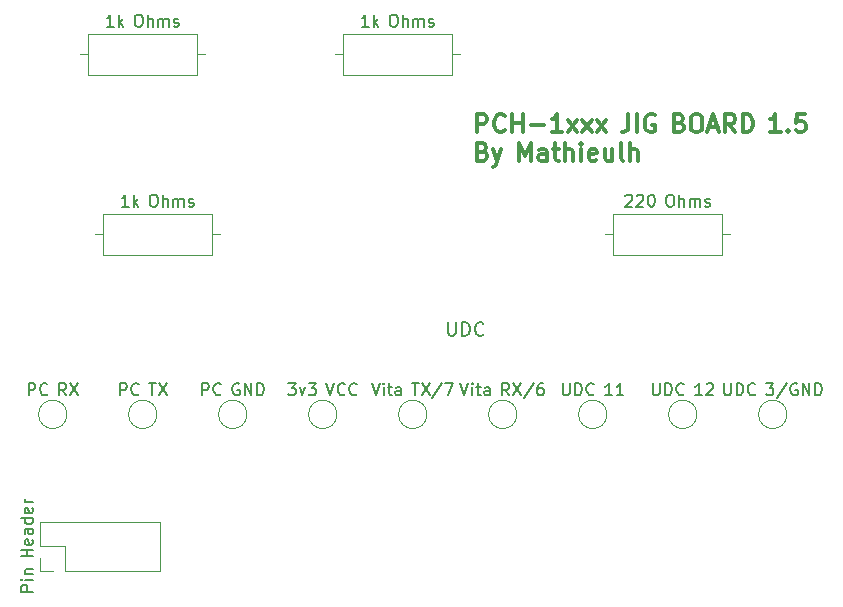
<source format=gbr>
%TF.GenerationSoftware,KiCad,Pcbnew,(7.0.0)*%
%TF.CreationDate,2023-08-04T16:20:27+02:00*%
%TF.ProjectId,PCH-1xxxJIG_THT_1.5,5043482d-3178-4787-984a-49475f544854,rev?*%
%TF.SameCoordinates,Original*%
%TF.FileFunction,Legend,Top*%
%TF.FilePolarity,Positive*%
%FSLAX46Y46*%
G04 Gerber Fmt 4.6, Leading zero omitted, Abs format (unit mm)*
G04 Created by KiCad (PCBNEW (7.0.0)) date 2023-08-04 16:20:27*
%MOMM*%
%LPD*%
G01*
G04 APERTURE LIST*
%ADD10C,0.300000*%
%ADD11C,0.152000*%
%ADD12C,0.150000*%
%ADD13C,0.120000*%
G04 APERTURE END LIST*
D10*
X72747142Y-44683571D02*
X72747142Y-43183571D01*
X72747142Y-43183571D02*
X73318571Y-43183571D01*
X73318571Y-43183571D02*
X73461428Y-43255000D01*
X73461428Y-43255000D02*
X73532857Y-43326428D01*
X73532857Y-43326428D02*
X73604285Y-43469285D01*
X73604285Y-43469285D02*
X73604285Y-43683571D01*
X73604285Y-43683571D02*
X73532857Y-43826428D01*
X73532857Y-43826428D02*
X73461428Y-43897857D01*
X73461428Y-43897857D02*
X73318571Y-43969285D01*
X73318571Y-43969285D02*
X72747142Y-43969285D01*
X75104285Y-44540714D02*
X75032857Y-44612142D01*
X75032857Y-44612142D02*
X74818571Y-44683571D01*
X74818571Y-44683571D02*
X74675714Y-44683571D01*
X74675714Y-44683571D02*
X74461428Y-44612142D01*
X74461428Y-44612142D02*
X74318571Y-44469285D01*
X74318571Y-44469285D02*
X74247142Y-44326428D01*
X74247142Y-44326428D02*
X74175714Y-44040714D01*
X74175714Y-44040714D02*
X74175714Y-43826428D01*
X74175714Y-43826428D02*
X74247142Y-43540714D01*
X74247142Y-43540714D02*
X74318571Y-43397857D01*
X74318571Y-43397857D02*
X74461428Y-43255000D01*
X74461428Y-43255000D02*
X74675714Y-43183571D01*
X74675714Y-43183571D02*
X74818571Y-43183571D01*
X74818571Y-43183571D02*
X75032857Y-43255000D01*
X75032857Y-43255000D02*
X75104285Y-43326428D01*
X75747142Y-44683571D02*
X75747142Y-43183571D01*
X75747142Y-43897857D02*
X76604285Y-43897857D01*
X76604285Y-44683571D02*
X76604285Y-43183571D01*
X77318571Y-44112142D02*
X78461429Y-44112142D01*
X79961429Y-44683571D02*
X79104286Y-44683571D01*
X79532857Y-44683571D02*
X79532857Y-43183571D01*
X79532857Y-43183571D02*
X79390000Y-43397857D01*
X79390000Y-43397857D02*
X79247143Y-43540714D01*
X79247143Y-43540714D02*
X79104286Y-43612142D01*
X80461428Y-44683571D02*
X81247143Y-43683571D01*
X80461428Y-43683571D02*
X81247143Y-44683571D01*
X81675714Y-44683571D02*
X82461429Y-43683571D01*
X81675714Y-43683571D02*
X82461429Y-44683571D01*
X82890000Y-44683571D02*
X83675715Y-43683571D01*
X82890000Y-43683571D02*
X83675715Y-44683571D01*
X85575715Y-43183571D02*
X85575715Y-44255000D01*
X85575715Y-44255000D02*
X85504286Y-44469285D01*
X85504286Y-44469285D02*
X85361429Y-44612142D01*
X85361429Y-44612142D02*
X85147143Y-44683571D01*
X85147143Y-44683571D02*
X85004286Y-44683571D01*
X86290000Y-44683571D02*
X86290000Y-43183571D01*
X87790001Y-43255000D02*
X87647144Y-43183571D01*
X87647144Y-43183571D02*
X87432858Y-43183571D01*
X87432858Y-43183571D02*
X87218572Y-43255000D01*
X87218572Y-43255000D02*
X87075715Y-43397857D01*
X87075715Y-43397857D02*
X87004286Y-43540714D01*
X87004286Y-43540714D02*
X86932858Y-43826428D01*
X86932858Y-43826428D02*
X86932858Y-44040714D01*
X86932858Y-44040714D02*
X87004286Y-44326428D01*
X87004286Y-44326428D02*
X87075715Y-44469285D01*
X87075715Y-44469285D02*
X87218572Y-44612142D01*
X87218572Y-44612142D02*
X87432858Y-44683571D01*
X87432858Y-44683571D02*
X87575715Y-44683571D01*
X87575715Y-44683571D02*
X87790001Y-44612142D01*
X87790001Y-44612142D02*
X87861429Y-44540714D01*
X87861429Y-44540714D02*
X87861429Y-44040714D01*
X87861429Y-44040714D02*
X87575715Y-44040714D01*
X89904286Y-43897857D02*
X90118572Y-43969285D01*
X90118572Y-43969285D02*
X90190001Y-44040714D01*
X90190001Y-44040714D02*
X90261429Y-44183571D01*
X90261429Y-44183571D02*
X90261429Y-44397857D01*
X90261429Y-44397857D02*
X90190001Y-44540714D01*
X90190001Y-44540714D02*
X90118572Y-44612142D01*
X90118572Y-44612142D02*
X89975715Y-44683571D01*
X89975715Y-44683571D02*
X89404286Y-44683571D01*
X89404286Y-44683571D02*
X89404286Y-43183571D01*
X89404286Y-43183571D02*
X89904286Y-43183571D01*
X89904286Y-43183571D02*
X90047144Y-43255000D01*
X90047144Y-43255000D02*
X90118572Y-43326428D01*
X90118572Y-43326428D02*
X90190001Y-43469285D01*
X90190001Y-43469285D02*
X90190001Y-43612142D01*
X90190001Y-43612142D02*
X90118572Y-43755000D01*
X90118572Y-43755000D02*
X90047144Y-43826428D01*
X90047144Y-43826428D02*
X89904286Y-43897857D01*
X89904286Y-43897857D02*
X89404286Y-43897857D01*
X91190001Y-43183571D02*
X91475715Y-43183571D01*
X91475715Y-43183571D02*
X91618572Y-43255000D01*
X91618572Y-43255000D02*
X91761429Y-43397857D01*
X91761429Y-43397857D02*
X91832858Y-43683571D01*
X91832858Y-43683571D02*
X91832858Y-44183571D01*
X91832858Y-44183571D02*
X91761429Y-44469285D01*
X91761429Y-44469285D02*
X91618572Y-44612142D01*
X91618572Y-44612142D02*
X91475715Y-44683571D01*
X91475715Y-44683571D02*
X91190001Y-44683571D01*
X91190001Y-44683571D02*
X91047144Y-44612142D01*
X91047144Y-44612142D02*
X90904286Y-44469285D01*
X90904286Y-44469285D02*
X90832858Y-44183571D01*
X90832858Y-44183571D02*
X90832858Y-43683571D01*
X90832858Y-43683571D02*
X90904286Y-43397857D01*
X90904286Y-43397857D02*
X91047144Y-43255000D01*
X91047144Y-43255000D02*
X91190001Y-43183571D01*
X92404287Y-44255000D02*
X93118573Y-44255000D01*
X92261430Y-44683571D02*
X92761430Y-43183571D01*
X92761430Y-43183571D02*
X93261430Y-44683571D01*
X94618572Y-44683571D02*
X94118572Y-43969285D01*
X93761429Y-44683571D02*
X93761429Y-43183571D01*
X93761429Y-43183571D02*
X94332858Y-43183571D01*
X94332858Y-43183571D02*
X94475715Y-43255000D01*
X94475715Y-43255000D02*
X94547144Y-43326428D01*
X94547144Y-43326428D02*
X94618572Y-43469285D01*
X94618572Y-43469285D02*
X94618572Y-43683571D01*
X94618572Y-43683571D02*
X94547144Y-43826428D01*
X94547144Y-43826428D02*
X94475715Y-43897857D01*
X94475715Y-43897857D02*
X94332858Y-43969285D01*
X94332858Y-43969285D02*
X93761429Y-43969285D01*
X95261429Y-44683571D02*
X95261429Y-43183571D01*
X95261429Y-43183571D02*
X95618572Y-43183571D01*
X95618572Y-43183571D02*
X95832858Y-43255000D01*
X95832858Y-43255000D02*
X95975715Y-43397857D01*
X95975715Y-43397857D02*
X96047144Y-43540714D01*
X96047144Y-43540714D02*
X96118572Y-43826428D01*
X96118572Y-43826428D02*
X96118572Y-44040714D01*
X96118572Y-44040714D02*
X96047144Y-44326428D01*
X96047144Y-44326428D02*
X95975715Y-44469285D01*
X95975715Y-44469285D02*
X95832858Y-44612142D01*
X95832858Y-44612142D02*
X95618572Y-44683571D01*
X95618572Y-44683571D02*
X95261429Y-44683571D01*
X98447144Y-44683571D02*
X97590001Y-44683571D01*
X98018572Y-44683571D02*
X98018572Y-43183571D01*
X98018572Y-43183571D02*
X97875715Y-43397857D01*
X97875715Y-43397857D02*
X97732858Y-43540714D01*
X97732858Y-43540714D02*
X97590001Y-43612142D01*
X99090000Y-44540714D02*
X99161429Y-44612142D01*
X99161429Y-44612142D02*
X99090000Y-44683571D01*
X99090000Y-44683571D02*
X99018572Y-44612142D01*
X99018572Y-44612142D02*
X99090000Y-44540714D01*
X99090000Y-44540714D02*
X99090000Y-44683571D01*
X100518572Y-43183571D02*
X99804286Y-43183571D01*
X99804286Y-43183571D02*
X99732858Y-43897857D01*
X99732858Y-43897857D02*
X99804286Y-43826428D01*
X99804286Y-43826428D02*
X99947144Y-43755000D01*
X99947144Y-43755000D02*
X100304286Y-43755000D01*
X100304286Y-43755000D02*
X100447144Y-43826428D01*
X100447144Y-43826428D02*
X100518572Y-43897857D01*
X100518572Y-43897857D02*
X100590001Y-44040714D01*
X100590001Y-44040714D02*
X100590001Y-44397857D01*
X100590001Y-44397857D02*
X100518572Y-44540714D01*
X100518572Y-44540714D02*
X100447144Y-44612142D01*
X100447144Y-44612142D02*
X100304286Y-44683571D01*
X100304286Y-44683571D02*
X99947144Y-44683571D01*
X99947144Y-44683571D02*
X99804286Y-44612142D01*
X99804286Y-44612142D02*
X99732858Y-44540714D01*
X73247142Y-46327857D02*
X73461428Y-46399285D01*
X73461428Y-46399285D02*
X73532857Y-46470714D01*
X73532857Y-46470714D02*
X73604285Y-46613571D01*
X73604285Y-46613571D02*
X73604285Y-46827857D01*
X73604285Y-46827857D02*
X73532857Y-46970714D01*
X73532857Y-46970714D02*
X73461428Y-47042142D01*
X73461428Y-47042142D02*
X73318571Y-47113571D01*
X73318571Y-47113571D02*
X72747142Y-47113571D01*
X72747142Y-47113571D02*
X72747142Y-45613571D01*
X72747142Y-45613571D02*
X73247142Y-45613571D01*
X73247142Y-45613571D02*
X73390000Y-45685000D01*
X73390000Y-45685000D02*
X73461428Y-45756428D01*
X73461428Y-45756428D02*
X73532857Y-45899285D01*
X73532857Y-45899285D02*
X73532857Y-46042142D01*
X73532857Y-46042142D02*
X73461428Y-46185000D01*
X73461428Y-46185000D02*
X73390000Y-46256428D01*
X73390000Y-46256428D02*
X73247142Y-46327857D01*
X73247142Y-46327857D02*
X72747142Y-46327857D01*
X74104285Y-46113571D02*
X74461428Y-47113571D01*
X74818571Y-46113571D02*
X74461428Y-47113571D01*
X74461428Y-47113571D02*
X74318571Y-47470714D01*
X74318571Y-47470714D02*
X74247142Y-47542142D01*
X74247142Y-47542142D02*
X74104285Y-47613571D01*
X76289999Y-47113571D02*
X76289999Y-45613571D01*
X76289999Y-45613571D02*
X76789999Y-46685000D01*
X76789999Y-46685000D02*
X77289999Y-45613571D01*
X77289999Y-45613571D02*
X77289999Y-47113571D01*
X78647143Y-47113571D02*
X78647143Y-46327857D01*
X78647143Y-46327857D02*
X78575714Y-46185000D01*
X78575714Y-46185000D02*
X78432857Y-46113571D01*
X78432857Y-46113571D02*
X78147143Y-46113571D01*
X78147143Y-46113571D02*
X78004285Y-46185000D01*
X78647143Y-47042142D02*
X78504285Y-47113571D01*
X78504285Y-47113571D02*
X78147143Y-47113571D01*
X78147143Y-47113571D02*
X78004285Y-47042142D01*
X78004285Y-47042142D02*
X77932857Y-46899285D01*
X77932857Y-46899285D02*
X77932857Y-46756428D01*
X77932857Y-46756428D02*
X78004285Y-46613571D01*
X78004285Y-46613571D02*
X78147143Y-46542142D01*
X78147143Y-46542142D02*
X78504285Y-46542142D01*
X78504285Y-46542142D02*
X78647143Y-46470714D01*
X79147143Y-46113571D02*
X79718571Y-46113571D01*
X79361428Y-45613571D02*
X79361428Y-46899285D01*
X79361428Y-46899285D02*
X79432857Y-47042142D01*
X79432857Y-47042142D02*
X79575714Y-47113571D01*
X79575714Y-47113571D02*
X79718571Y-47113571D01*
X80218571Y-47113571D02*
X80218571Y-45613571D01*
X80861429Y-47113571D02*
X80861429Y-46327857D01*
X80861429Y-46327857D02*
X80790000Y-46185000D01*
X80790000Y-46185000D02*
X80647143Y-46113571D01*
X80647143Y-46113571D02*
X80432857Y-46113571D01*
X80432857Y-46113571D02*
X80290000Y-46185000D01*
X80290000Y-46185000D02*
X80218571Y-46256428D01*
X81575714Y-47113571D02*
X81575714Y-46113571D01*
X81575714Y-45613571D02*
X81504286Y-45685000D01*
X81504286Y-45685000D02*
X81575714Y-45756428D01*
X81575714Y-45756428D02*
X81647143Y-45685000D01*
X81647143Y-45685000D02*
X81575714Y-45613571D01*
X81575714Y-45613571D02*
X81575714Y-45756428D01*
X82861429Y-47042142D02*
X82718572Y-47113571D01*
X82718572Y-47113571D02*
X82432858Y-47113571D01*
X82432858Y-47113571D02*
X82290000Y-47042142D01*
X82290000Y-47042142D02*
X82218572Y-46899285D01*
X82218572Y-46899285D02*
X82218572Y-46327857D01*
X82218572Y-46327857D02*
X82290000Y-46185000D01*
X82290000Y-46185000D02*
X82432858Y-46113571D01*
X82432858Y-46113571D02*
X82718572Y-46113571D01*
X82718572Y-46113571D02*
X82861429Y-46185000D01*
X82861429Y-46185000D02*
X82932858Y-46327857D01*
X82932858Y-46327857D02*
X82932858Y-46470714D01*
X82932858Y-46470714D02*
X82218572Y-46613571D01*
X84218572Y-46113571D02*
X84218572Y-47113571D01*
X83575714Y-46113571D02*
X83575714Y-46899285D01*
X83575714Y-46899285D02*
X83647143Y-47042142D01*
X83647143Y-47042142D02*
X83790000Y-47113571D01*
X83790000Y-47113571D02*
X84004286Y-47113571D01*
X84004286Y-47113571D02*
X84147143Y-47042142D01*
X84147143Y-47042142D02*
X84218572Y-46970714D01*
X85147143Y-47113571D02*
X85004286Y-47042142D01*
X85004286Y-47042142D02*
X84932857Y-46899285D01*
X84932857Y-46899285D02*
X84932857Y-45613571D01*
X85718571Y-47113571D02*
X85718571Y-45613571D01*
X86361429Y-47113571D02*
X86361429Y-46327857D01*
X86361429Y-46327857D02*
X86290000Y-46185000D01*
X86290000Y-46185000D02*
X86147143Y-46113571D01*
X86147143Y-46113571D02*
X85932857Y-46113571D01*
X85932857Y-46113571D02*
X85790000Y-46185000D01*
X85790000Y-46185000D02*
X85718571Y-46256428D01*
D11*
%TO.C,UDC*%
X70288713Y-60776916D02*
X70288713Y-61702202D01*
X70288713Y-61702202D02*
X70343142Y-61811059D01*
X70343142Y-61811059D02*
X70397571Y-61865487D01*
X70397571Y-61865487D02*
X70506428Y-61919916D01*
X70506428Y-61919916D02*
X70724142Y-61919916D01*
X70724142Y-61919916D02*
X70832999Y-61865487D01*
X70832999Y-61865487D02*
X70887428Y-61811059D01*
X70887428Y-61811059D02*
X70941856Y-61702202D01*
X70941856Y-61702202D02*
X70941856Y-60776916D01*
X71486142Y-61919916D02*
X71486142Y-60776916D01*
X71486142Y-60776916D02*
X71758285Y-60776916D01*
X71758285Y-60776916D02*
X71921571Y-60831345D01*
X71921571Y-60831345D02*
X72030428Y-60940202D01*
X72030428Y-60940202D02*
X72084857Y-61049059D01*
X72084857Y-61049059D02*
X72139285Y-61266773D01*
X72139285Y-61266773D02*
X72139285Y-61430059D01*
X72139285Y-61430059D02*
X72084857Y-61647773D01*
X72084857Y-61647773D02*
X72030428Y-61756630D01*
X72030428Y-61756630D02*
X71921571Y-61865487D01*
X71921571Y-61865487D02*
X71758285Y-61919916D01*
X71758285Y-61919916D02*
X71486142Y-61919916D01*
X73282285Y-61811059D02*
X73227857Y-61865487D01*
X73227857Y-61865487D02*
X73064571Y-61919916D01*
X73064571Y-61919916D02*
X72955714Y-61919916D01*
X72955714Y-61919916D02*
X72792428Y-61865487D01*
X72792428Y-61865487D02*
X72683571Y-61756630D01*
X72683571Y-61756630D02*
X72629142Y-61647773D01*
X72629142Y-61647773D02*
X72574714Y-61430059D01*
X72574714Y-61430059D02*
X72574714Y-61266773D01*
X72574714Y-61266773D02*
X72629142Y-61049059D01*
X72629142Y-61049059D02*
X72683571Y-60940202D01*
X72683571Y-60940202D02*
X72792428Y-60831345D01*
X72792428Y-60831345D02*
X72955714Y-60776916D01*
X72955714Y-60776916D02*
X73064571Y-60776916D01*
X73064571Y-60776916D02*
X73227857Y-60831345D01*
X73227857Y-60831345D02*
X73282285Y-60885773D01*
D12*
%TO.C,Vita TX/7*%
X63843333Y-65949380D02*
X64176666Y-66949380D01*
X64176666Y-66949380D02*
X64509999Y-65949380D01*
X64843333Y-66949380D02*
X64843333Y-66282714D01*
X64843333Y-65949380D02*
X64795714Y-65997000D01*
X64795714Y-65997000D02*
X64843333Y-66044619D01*
X64843333Y-66044619D02*
X64890952Y-65997000D01*
X64890952Y-65997000D02*
X64843333Y-65949380D01*
X64843333Y-65949380D02*
X64843333Y-66044619D01*
X65176666Y-66282714D02*
X65557618Y-66282714D01*
X65319523Y-65949380D02*
X65319523Y-66806523D01*
X65319523Y-66806523D02*
X65367142Y-66901761D01*
X65367142Y-66901761D02*
X65462380Y-66949380D01*
X65462380Y-66949380D02*
X65557618Y-66949380D01*
X66319523Y-66949380D02*
X66319523Y-66425571D01*
X66319523Y-66425571D02*
X66271904Y-66330333D01*
X66271904Y-66330333D02*
X66176666Y-66282714D01*
X66176666Y-66282714D02*
X65986190Y-66282714D01*
X65986190Y-66282714D02*
X65890952Y-66330333D01*
X66319523Y-66901761D02*
X66224285Y-66949380D01*
X66224285Y-66949380D02*
X65986190Y-66949380D01*
X65986190Y-66949380D02*
X65890952Y-66901761D01*
X65890952Y-66901761D02*
X65843333Y-66806523D01*
X65843333Y-66806523D02*
X65843333Y-66711285D01*
X65843333Y-66711285D02*
X65890952Y-66616047D01*
X65890952Y-66616047D02*
X65986190Y-66568428D01*
X65986190Y-66568428D02*
X66224285Y-66568428D01*
X66224285Y-66568428D02*
X66319523Y-66520809D01*
X67252857Y-65949380D02*
X67824285Y-65949380D01*
X67538571Y-66949380D02*
X67538571Y-65949380D01*
X68062381Y-65949380D02*
X68729047Y-66949380D01*
X68729047Y-65949380D02*
X68062381Y-66949380D01*
X69824285Y-65901761D02*
X68967143Y-67187476D01*
X70062381Y-65949380D02*
X70729047Y-65949380D01*
X70729047Y-65949380D02*
X70300476Y-66949380D01*
%TO.C,1k Ohms*%
X63573333Y-35747380D02*
X63001905Y-35747380D01*
X63287619Y-35747380D02*
X63287619Y-34747380D01*
X63287619Y-34747380D02*
X63192381Y-34890238D01*
X63192381Y-34890238D02*
X63097143Y-34985476D01*
X63097143Y-34985476D02*
X63001905Y-35033095D01*
X64001905Y-35747380D02*
X64001905Y-34747380D01*
X64097143Y-35366428D02*
X64382857Y-35747380D01*
X64382857Y-35080714D02*
X64001905Y-35461666D01*
X65601905Y-34747380D02*
X65792381Y-34747380D01*
X65792381Y-34747380D02*
X65887619Y-34795000D01*
X65887619Y-34795000D02*
X65982857Y-34890238D01*
X65982857Y-34890238D02*
X66030476Y-35080714D01*
X66030476Y-35080714D02*
X66030476Y-35414047D01*
X66030476Y-35414047D02*
X65982857Y-35604523D01*
X65982857Y-35604523D02*
X65887619Y-35699761D01*
X65887619Y-35699761D02*
X65792381Y-35747380D01*
X65792381Y-35747380D02*
X65601905Y-35747380D01*
X65601905Y-35747380D02*
X65506667Y-35699761D01*
X65506667Y-35699761D02*
X65411429Y-35604523D01*
X65411429Y-35604523D02*
X65363810Y-35414047D01*
X65363810Y-35414047D02*
X65363810Y-35080714D01*
X65363810Y-35080714D02*
X65411429Y-34890238D01*
X65411429Y-34890238D02*
X65506667Y-34795000D01*
X65506667Y-34795000D02*
X65601905Y-34747380D01*
X66459048Y-35747380D02*
X66459048Y-34747380D01*
X66887619Y-35747380D02*
X66887619Y-35223571D01*
X66887619Y-35223571D02*
X66840000Y-35128333D01*
X66840000Y-35128333D02*
X66744762Y-35080714D01*
X66744762Y-35080714D02*
X66601905Y-35080714D01*
X66601905Y-35080714D02*
X66506667Y-35128333D01*
X66506667Y-35128333D02*
X66459048Y-35175952D01*
X67363810Y-35747380D02*
X67363810Y-35080714D01*
X67363810Y-35175952D02*
X67411429Y-35128333D01*
X67411429Y-35128333D02*
X67506667Y-35080714D01*
X67506667Y-35080714D02*
X67649524Y-35080714D01*
X67649524Y-35080714D02*
X67744762Y-35128333D01*
X67744762Y-35128333D02*
X67792381Y-35223571D01*
X67792381Y-35223571D02*
X67792381Y-35747380D01*
X67792381Y-35223571D02*
X67840000Y-35128333D01*
X67840000Y-35128333D02*
X67935238Y-35080714D01*
X67935238Y-35080714D02*
X68078095Y-35080714D01*
X68078095Y-35080714D02*
X68173334Y-35128333D01*
X68173334Y-35128333D02*
X68220953Y-35223571D01*
X68220953Y-35223571D02*
X68220953Y-35747380D01*
X68649524Y-35699761D02*
X68744762Y-35747380D01*
X68744762Y-35747380D02*
X68935238Y-35747380D01*
X68935238Y-35747380D02*
X69030476Y-35699761D01*
X69030476Y-35699761D02*
X69078095Y-35604523D01*
X69078095Y-35604523D02*
X69078095Y-35556904D01*
X69078095Y-35556904D02*
X69030476Y-35461666D01*
X69030476Y-35461666D02*
X68935238Y-35414047D01*
X68935238Y-35414047D02*
X68792381Y-35414047D01*
X68792381Y-35414047D02*
X68697143Y-35366428D01*
X68697143Y-35366428D02*
X68649524Y-35271190D01*
X68649524Y-35271190D02*
X68649524Y-35223571D01*
X68649524Y-35223571D02*
X68697143Y-35128333D01*
X68697143Y-35128333D02*
X68792381Y-35080714D01*
X68792381Y-35080714D02*
X68935238Y-35080714D01*
X68935238Y-35080714D02*
X69030476Y-35128333D01*
%TO.C,PC TX*%
X42530952Y-66949380D02*
X42530952Y-65949380D01*
X42530952Y-65949380D02*
X42911904Y-65949380D01*
X42911904Y-65949380D02*
X43007142Y-65997000D01*
X43007142Y-65997000D02*
X43054761Y-66044619D01*
X43054761Y-66044619D02*
X43102380Y-66139857D01*
X43102380Y-66139857D02*
X43102380Y-66282714D01*
X43102380Y-66282714D02*
X43054761Y-66377952D01*
X43054761Y-66377952D02*
X43007142Y-66425571D01*
X43007142Y-66425571D02*
X42911904Y-66473190D01*
X42911904Y-66473190D02*
X42530952Y-66473190D01*
X44102380Y-66854142D02*
X44054761Y-66901761D01*
X44054761Y-66901761D02*
X43911904Y-66949380D01*
X43911904Y-66949380D02*
X43816666Y-66949380D01*
X43816666Y-66949380D02*
X43673809Y-66901761D01*
X43673809Y-66901761D02*
X43578571Y-66806523D01*
X43578571Y-66806523D02*
X43530952Y-66711285D01*
X43530952Y-66711285D02*
X43483333Y-66520809D01*
X43483333Y-66520809D02*
X43483333Y-66377952D01*
X43483333Y-66377952D02*
X43530952Y-66187476D01*
X43530952Y-66187476D02*
X43578571Y-66092238D01*
X43578571Y-66092238D02*
X43673809Y-65997000D01*
X43673809Y-65997000D02*
X43816666Y-65949380D01*
X43816666Y-65949380D02*
X43911904Y-65949380D01*
X43911904Y-65949380D02*
X44054761Y-65997000D01*
X44054761Y-65997000D02*
X44102380Y-66044619D01*
X44988095Y-65949380D02*
X45559523Y-65949380D01*
X45273809Y-66949380D02*
X45273809Y-65949380D01*
X45797619Y-65949380D02*
X46464285Y-66949380D01*
X46464285Y-65949380D02*
X45797619Y-66949380D01*
%TO.C,UDC 12*%
X87631905Y-65949380D02*
X87631905Y-66758904D01*
X87631905Y-66758904D02*
X87679524Y-66854142D01*
X87679524Y-66854142D02*
X87727143Y-66901761D01*
X87727143Y-66901761D02*
X87822381Y-66949380D01*
X87822381Y-66949380D02*
X88012857Y-66949380D01*
X88012857Y-66949380D02*
X88108095Y-66901761D01*
X88108095Y-66901761D02*
X88155714Y-66854142D01*
X88155714Y-66854142D02*
X88203333Y-66758904D01*
X88203333Y-66758904D02*
X88203333Y-65949380D01*
X88679524Y-66949380D02*
X88679524Y-65949380D01*
X88679524Y-65949380D02*
X88917619Y-65949380D01*
X88917619Y-65949380D02*
X89060476Y-65997000D01*
X89060476Y-65997000D02*
X89155714Y-66092238D01*
X89155714Y-66092238D02*
X89203333Y-66187476D01*
X89203333Y-66187476D02*
X89250952Y-66377952D01*
X89250952Y-66377952D02*
X89250952Y-66520809D01*
X89250952Y-66520809D02*
X89203333Y-66711285D01*
X89203333Y-66711285D02*
X89155714Y-66806523D01*
X89155714Y-66806523D02*
X89060476Y-66901761D01*
X89060476Y-66901761D02*
X88917619Y-66949380D01*
X88917619Y-66949380D02*
X88679524Y-66949380D01*
X90250952Y-66854142D02*
X90203333Y-66901761D01*
X90203333Y-66901761D02*
X90060476Y-66949380D01*
X90060476Y-66949380D02*
X89965238Y-66949380D01*
X89965238Y-66949380D02*
X89822381Y-66901761D01*
X89822381Y-66901761D02*
X89727143Y-66806523D01*
X89727143Y-66806523D02*
X89679524Y-66711285D01*
X89679524Y-66711285D02*
X89631905Y-66520809D01*
X89631905Y-66520809D02*
X89631905Y-66377952D01*
X89631905Y-66377952D02*
X89679524Y-66187476D01*
X89679524Y-66187476D02*
X89727143Y-66092238D01*
X89727143Y-66092238D02*
X89822381Y-65997000D01*
X89822381Y-65997000D02*
X89965238Y-65949380D01*
X89965238Y-65949380D02*
X90060476Y-65949380D01*
X90060476Y-65949380D02*
X90203333Y-65997000D01*
X90203333Y-65997000D02*
X90250952Y-66044619D01*
X91803333Y-66949380D02*
X91231905Y-66949380D01*
X91517619Y-66949380D02*
X91517619Y-65949380D01*
X91517619Y-65949380D02*
X91422381Y-66092238D01*
X91422381Y-66092238D02*
X91327143Y-66187476D01*
X91327143Y-66187476D02*
X91231905Y-66235095D01*
X92184286Y-66044619D02*
X92231905Y-65997000D01*
X92231905Y-65997000D02*
X92327143Y-65949380D01*
X92327143Y-65949380D02*
X92565238Y-65949380D01*
X92565238Y-65949380D02*
X92660476Y-65997000D01*
X92660476Y-65997000D02*
X92708095Y-66044619D01*
X92708095Y-66044619D02*
X92755714Y-66139857D01*
X92755714Y-66139857D02*
X92755714Y-66235095D01*
X92755714Y-66235095D02*
X92708095Y-66377952D01*
X92708095Y-66377952D02*
X92136667Y-66949380D01*
X92136667Y-66949380D02*
X92755714Y-66949380D01*
%TO.C,UDC 11*%
X80011905Y-65949380D02*
X80011905Y-66758904D01*
X80011905Y-66758904D02*
X80059524Y-66854142D01*
X80059524Y-66854142D02*
X80107143Y-66901761D01*
X80107143Y-66901761D02*
X80202381Y-66949380D01*
X80202381Y-66949380D02*
X80392857Y-66949380D01*
X80392857Y-66949380D02*
X80488095Y-66901761D01*
X80488095Y-66901761D02*
X80535714Y-66854142D01*
X80535714Y-66854142D02*
X80583333Y-66758904D01*
X80583333Y-66758904D02*
X80583333Y-65949380D01*
X81059524Y-66949380D02*
X81059524Y-65949380D01*
X81059524Y-65949380D02*
X81297619Y-65949380D01*
X81297619Y-65949380D02*
X81440476Y-65997000D01*
X81440476Y-65997000D02*
X81535714Y-66092238D01*
X81535714Y-66092238D02*
X81583333Y-66187476D01*
X81583333Y-66187476D02*
X81630952Y-66377952D01*
X81630952Y-66377952D02*
X81630952Y-66520809D01*
X81630952Y-66520809D02*
X81583333Y-66711285D01*
X81583333Y-66711285D02*
X81535714Y-66806523D01*
X81535714Y-66806523D02*
X81440476Y-66901761D01*
X81440476Y-66901761D02*
X81297619Y-66949380D01*
X81297619Y-66949380D02*
X81059524Y-66949380D01*
X82630952Y-66854142D02*
X82583333Y-66901761D01*
X82583333Y-66901761D02*
X82440476Y-66949380D01*
X82440476Y-66949380D02*
X82345238Y-66949380D01*
X82345238Y-66949380D02*
X82202381Y-66901761D01*
X82202381Y-66901761D02*
X82107143Y-66806523D01*
X82107143Y-66806523D02*
X82059524Y-66711285D01*
X82059524Y-66711285D02*
X82011905Y-66520809D01*
X82011905Y-66520809D02*
X82011905Y-66377952D01*
X82011905Y-66377952D02*
X82059524Y-66187476D01*
X82059524Y-66187476D02*
X82107143Y-66092238D01*
X82107143Y-66092238D02*
X82202381Y-65997000D01*
X82202381Y-65997000D02*
X82345238Y-65949380D01*
X82345238Y-65949380D02*
X82440476Y-65949380D01*
X82440476Y-65949380D02*
X82583333Y-65997000D01*
X82583333Y-65997000D02*
X82630952Y-66044619D01*
X84183333Y-66949380D02*
X83611905Y-66949380D01*
X83897619Y-66949380D02*
X83897619Y-65949380D01*
X83897619Y-65949380D02*
X83802381Y-66092238D01*
X83802381Y-66092238D02*
X83707143Y-66187476D01*
X83707143Y-66187476D02*
X83611905Y-66235095D01*
X85135714Y-66949380D02*
X84564286Y-66949380D01*
X84850000Y-66949380D02*
X84850000Y-65949380D01*
X84850000Y-65949380D02*
X84754762Y-66092238D01*
X84754762Y-66092238D02*
X84659524Y-66187476D01*
X84659524Y-66187476D02*
X84564286Y-66235095D01*
%TO.C,Vita RX/6*%
X71344286Y-65949380D02*
X71677619Y-66949380D01*
X71677619Y-66949380D02*
X72010952Y-65949380D01*
X72344286Y-66949380D02*
X72344286Y-66282714D01*
X72344286Y-65949380D02*
X72296667Y-65997000D01*
X72296667Y-65997000D02*
X72344286Y-66044619D01*
X72344286Y-66044619D02*
X72391905Y-65997000D01*
X72391905Y-65997000D02*
X72344286Y-65949380D01*
X72344286Y-65949380D02*
X72344286Y-66044619D01*
X72677619Y-66282714D02*
X73058571Y-66282714D01*
X72820476Y-65949380D02*
X72820476Y-66806523D01*
X72820476Y-66806523D02*
X72868095Y-66901761D01*
X72868095Y-66901761D02*
X72963333Y-66949380D01*
X72963333Y-66949380D02*
X73058571Y-66949380D01*
X73820476Y-66949380D02*
X73820476Y-66425571D01*
X73820476Y-66425571D02*
X73772857Y-66330333D01*
X73772857Y-66330333D02*
X73677619Y-66282714D01*
X73677619Y-66282714D02*
X73487143Y-66282714D01*
X73487143Y-66282714D02*
X73391905Y-66330333D01*
X73820476Y-66901761D02*
X73725238Y-66949380D01*
X73725238Y-66949380D02*
X73487143Y-66949380D01*
X73487143Y-66949380D02*
X73391905Y-66901761D01*
X73391905Y-66901761D02*
X73344286Y-66806523D01*
X73344286Y-66806523D02*
X73344286Y-66711285D01*
X73344286Y-66711285D02*
X73391905Y-66616047D01*
X73391905Y-66616047D02*
X73487143Y-66568428D01*
X73487143Y-66568428D02*
X73725238Y-66568428D01*
X73725238Y-66568428D02*
X73820476Y-66520809D01*
X75468095Y-66949380D02*
X75134762Y-66473190D01*
X74896667Y-66949380D02*
X74896667Y-65949380D01*
X74896667Y-65949380D02*
X75277619Y-65949380D01*
X75277619Y-65949380D02*
X75372857Y-65997000D01*
X75372857Y-65997000D02*
X75420476Y-66044619D01*
X75420476Y-66044619D02*
X75468095Y-66139857D01*
X75468095Y-66139857D02*
X75468095Y-66282714D01*
X75468095Y-66282714D02*
X75420476Y-66377952D01*
X75420476Y-66377952D02*
X75372857Y-66425571D01*
X75372857Y-66425571D02*
X75277619Y-66473190D01*
X75277619Y-66473190D02*
X74896667Y-66473190D01*
X75801429Y-65949380D02*
X76468095Y-66949380D01*
X76468095Y-65949380D02*
X75801429Y-66949380D01*
X77563333Y-65901761D02*
X76706191Y-67187476D01*
X78325238Y-65949380D02*
X78134762Y-65949380D01*
X78134762Y-65949380D02*
X78039524Y-65997000D01*
X78039524Y-65997000D02*
X77991905Y-66044619D01*
X77991905Y-66044619D02*
X77896667Y-66187476D01*
X77896667Y-66187476D02*
X77849048Y-66377952D01*
X77849048Y-66377952D02*
X77849048Y-66758904D01*
X77849048Y-66758904D02*
X77896667Y-66854142D01*
X77896667Y-66854142D02*
X77944286Y-66901761D01*
X77944286Y-66901761D02*
X78039524Y-66949380D01*
X78039524Y-66949380D02*
X78230000Y-66949380D01*
X78230000Y-66949380D02*
X78325238Y-66901761D01*
X78325238Y-66901761D02*
X78372857Y-66854142D01*
X78372857Y-66854142D02*
X78420476Y-66758904D01*
X78420476Y-66758904D02*
X78420476Y-66520809D01*
X78420476Y-66520809D02*
X78372857Y-66425571D01*
X78372857Y-66425571D02*
X78325238Y-66377952D01*
X78325238Y-66377952D02*
X78230000Y-66330333D01*
X78230000Y-66330333D02*
X78039524Y-66330333D01*
X78039524Y-66330333D02*
X77944286Y-66377952D01*
X77944286Y-66377952D02*
X77896667Y-66425571D01*
X77896667Y-66425571D02*
X77849048Y-66520809D01*
%TO.C,PC RX*%
X34791905Y-66949380D02*
X34791905Y-65949380D01*
X34791905Y-65949380D02*
X35172857Y-65949380D01*
X35172857Y-65949380D02*
X35268095Y-65997000D01*
X35268095Y-65997000D02*
X35315714Y-66044619D01*
X35315714Y-66044619D02*
X35363333Y-66139857D01*
X35363333Y-66139857D02*
X35363333Y-66282714D01*
X35363333Y-66282714D02*
X35315714Y-66377952D01*
X35315714Y-66377952D02*
X35268095Y-66425571D01*
X35268095Y-66425571D02*
X35172857Y-66473190D01*
X35172857Y-66473190D02*
X34791905Y-66473190D01*
X36363333Y-66854142D02*
X36315714Y-66901761D01*
X36315714Y-66901761D02*
X36172857Y-66949380D01*
X36172857Y-66949380D02*
X36077619Y-66949380D01*
X36077619Y-66949380D02*
X35934762Y-66901761D01*
X35934762Y-66901761D02*
X35839524Y-66806523D01*
X35839524Y-66806523D02*
X35791905Y-66711285D01*
X35791905Y-66711285D02*
X35744286Y-66520809D01*
X35744286Y-66520809D02*
X35744286Y-66377952D01*
X35744286Y-66377952D02*
X35791905Y-66187476D01*
X35791905Y-66187476D02*
X35839524Y-66092238D01*
X35839524Y-66092238D02*
X35934762Y-65997000D01*
X35934762Y-65997000D02*
X36077619Y-65949380D01*
X36077619Y-65949380D02*
X36172857Y-65949380D01*
X36172857Y-65949380D02*
X36315714Y-65997000D01*
X36315714Y-65997000D02*
X36363333Y-66044619D01*
X37963333Y-66949380D02*
X37630000Y-66473190D01*
X37391905Y-66949380D02*
X37391905Y-65949380D01*
X37391905Y-65949380D02*
X37772857Y-65949380D01*
X37772857Y-65949380D02*
X37868095Y-65997000D01*
X37868095Y-65997000D02*
X37915714Y-66044619D01*
X37915714Y-66044619D02*
X37963333Y-66139857D01*
X37963333Y-66139857D02*
X37963333Y-66282714D01*
X37963333Y-66282714D02*
X37915714Y-66377952D01*
X37915714Y-66377952D02*
X37868095Y-66425571D01*
X37868095Y-66425571D02*
X37772857Y-66473190D01*
X37772857Y-66473190D02*
X37391905Y-66473190D01*
X38296667Y-65949380D02*
X38963333Y-66949380D01*
X38963333Y-65949380D02*
X38296667Y-66949380D01*
%TO.C,UDC 3/GND*%
X93680476Y-65949380D02*
X93680476Y-66758904D01*
X93680476Y-66758904D02*
X93728095Y-66854142D01*
X93728095Y-66854142D02*
X93775714Y-66901761D01*
X93775714Y-66901761D02*
X93870952Y-66949380D01*
X93870952Y-66949380D02*
X94061428Y-66949380D01*
X94061428Y-66949380D02*
X94156666Y-66901761D01*
X94156666Y-66901761D02*
X94204285Y-66854142D01*
X94204285Y-66854142D02*
X94251904Y-66758904D01*
X94251904Y-66758904D02*
X94251904Y-65949380D01*
X94728095Y-66949380D02*
X94728095Y-65949380D01*
X94728095Y-65949380D02*
X94966190Y-65949380D01*
X94966190Y-65949380D02*
X95109047Y-65997000D01*
X95109047Y-65997000D02*
X95204285Y-66092238D01*
X95204285Y-66092238D02*
X95251904Y-66187476D01*
X95251904Y-66187476D02*
X95299523Y-66377952D01*
X95299523Y-66377952D02*
X95299523Y-66520809D01*
X95299523Y-66520809D02*
X95251904Y-66711285D01*
X95251904Y-66711285D02*
X95204285Y-66806523D01*
X95204285Y-66806523D02*
X95109047Y-66901761D01*
X95109047Y-66901761D02*
X94966190Y-66949380D01*
X94966190Y-66949380D02*
X94728095Y-66949380D01*
X96299523Y-66854142D02*
X96251904Y-66901761D01*
X96251904Y-66901761D02*
X96109047Y-66949380D01*
X96109047Y-66949380D02*
X96013809Y-66949380D01*
X96013809Y-66949380D02*
X95870952Y-66901761D01*
X95870952Y-66901761D02*
X95775714Y-66806523D01*
X95775714Y-66806523D02*
X95728095Y-66711285D01*
X95728095Y-66711285D02*
X95680476Y-66520809D01*
X95680476Y-66520809D02*
X95680476Y-66377952D01*
X95680476Y-66377952D02*
X95728095Y-66187476D01*
X95728095Y-66187476D02*
X95775714Y-66092238D01*
X95775714Y-66092238D02*
X95870952Y-65997000D01*
X95870952Y-65997000D02*
X96013809Y-65949380D01*
X96013809Y-65949380D02*
X96109047Y-65949380D01*
X96109047Y-65949380D02*
X96251904Y-65997000D01*
X96251904Y-65997000D02*
X96299523Y-66044619D01*
X97232857Y-65949380D02*
X97851904Y-65949380D01*
X97851904Y-65949380D02*
X97518571Y-66330333D01*
X97518571Y-66330333D02*
X97661428Y-66330333D01*
X97661428Y-66330333D02*
X97756666Y-66377952D01*
X97756666Y-66377952D02*
X97804285Y-66425571D01*
X97804285Y-66425571D02*
X97851904Y-66520809D01*
X97851904Y-66520809D02*
X97851904Y-66758904D01*
X97851904Y-66758904D02*
X97804285Y-66854142D01*
X97804285Y-66854142D02*
X97756666Y-66901761D01*
X97756666Y-66901761D02*
X97661428Y-66949380D01*
X97661428Y-66949380D02*
X97375714Y-66949380D01*
X97375714Y-66949380D02*
X97280476Y-66901761D01*
X97280476Y-66901761D02*
X97232857Y-66854142D01*
X98994761Y-65901761D02*
X98137619Y-67187476D01*
X99851904Y-65997000D02*
X99756666Y-65949380D01*
X99756666Y-65949380D02*
X99613809Y-65949380D01*
X99613809Y-65949380D02*
X99470952Y-65997000D01*
X99470952Y-65997000D02*
X99375714Y-66092238D01*
X99375714Y-66092238D02*
X99328095Y-66187476D01*
X99328095Y-66187476D02*
X99280476Y-66377952D01*
X99280476Y-66377952D02*
X99280476Y-66520809D01*
X99280476Y-66520809D02*
X99328095Y-66711285D01*
X99328095Y-66711285D02*
X99375714Y-66806523D01*
X99375714Y-66806523D02*
X99470952Y-66901761D01*
X99470952Y-66901761D02*
X99613809Y-66949380D01*
X99613809Y-66949380D02*
X99709047Y-66949380D01*
X99709047Y-66949380D02*
X99851904Y-66901761D01*
X99851904Y-66901761D02*
X99899523Y-66854142D01*
X99899523Y-66854142D02*
X99899523Y-66520809D01*
X99899523Y-66520809D02*
X99709047Y-66520809D01*
X100328095Y-66949380D02*
X100328095Y-65949380D01*
X100328095Y-65949380D02*
X100899523Y-66949380D01*
X100899523Y-66949380D02*
X100899523Y-65949380D01*
X101375714Y-66949380D02*
X101375714Y-65949380D01*
X101375714Y-65949380D02*
X101613809Y-65949380D01*
X101613809Y-65949380D02*
X101756666Y-65997000D01*
X101756666Y-65997000D02*
X101851904Y-66092238D01*
X101851904Y-66092238D02*
X101899523Y-66187476D01*
X101899523Y-66187476D02*
X101947142Y-66377952D01*
X101947142Y-66377952D02*
X101947142Y-66520809D01*
X101947142Y-66520809D02*
X101899523Y-66711285D01*
X101899523Y-66711285D02*
X101851904Y-66806523D01*
X101851904Y-66806523D02*
X101756666Y-66901761D01*
X101756666Y-66901761D02*
X101613809Y-66949380D01*
X101613809Y-66949380D02*
X101375714Y-66949380D01*
%TO.C,3v3 VCC*%
X56770952Y-65949380D02*
X57389999Y-65949380D01*
X57389999Y-65949380D02*
X57056666Y-66330333D01*
X57056666Y-66330333D02*
X57199523Y-66330333D01*
X57199523Y-66330333D02*
X57294761Y-66377952D01*
X57294761Y-66377952D02*
X57342380Y-66425571D01*
X57342380Y-66425571D02*
X57389999Y-66520809D01*
X57389999Y-66520809D02*
X57389999Y-66758904D01*
X57389999Y-66758904D02*
X57342380Y-66854142D01*
X57342380Y-66854142D02*
X57294761Y-66901761D01*
X57294761Y-66901761D02*
X57199523Y-66949380D01*
X57199523Y-66949380D02*
X56913809Y-66949380D01*
X56913809Y-66949380D02*
X56818571Y-66901761D01*
X56818571Y-66901761D02*
X56770952Y-66854142D01*
X57723333Y-66282714D02*
X57961428Y-66949380D01*
X57961428Y-66949380D02*
X58199523Y-66282714D01*
X58485238Y-65949380D02*
X59104285Y-65949380D01*
X59104285Y-65949380D02*
X58770952Y-66330333D01*
X58770952Y-66330333D02*
X58913809Y-66330333D01*
X58913809Y-66330333D02*
X59009047Y-66377952D01*
X59009047Y-66377952D02*
X59056666Y-66425571D01*
X59056666Y-66425571D02*
X59104285Y-66520809D01*
X59104285Y-66520809D02*
X59104285Y-66758904D01*
X59104285Y-66758904D02*
X59056666Y-66854142D01*
X59056666Y-66854142D02*
X59009047Y-66901761D01*
X59009047Y-66901761D02*
X58913809Y-66949380D01*
X58913809Y-66949380D02*
X58628095Y-66949380D01*
X58628095Y-66949380D02*
X58532857Y-66901761D01*
X58532857Y-66901761D02*
X58485238Y-66854142D01*
X59990000Y-65949380D02*
X60323333Y-66949380D01*
X60323333Y-66949380D02*
X60656666Y-65949380D01*
X61561428Y-66854142D02*
X61513809Y-66901761D01*
X61513809Y-66901761D02*
X61370952Y-66949380D01*
X61370952Y-66949380D02*
X61275714Y-66949380D01*
X61275714Y-66949380D02*
X61132857Y-66901761D01*
X61132857Y-66901761D02*
X61037619Y-66806523D01*
X61037619Y-66806523D02*
X60990000Y-66711285D01*
X60990000Y-66711285D02*
X60942381Y-66520809D01*
X60942381Y-66520809D02*
X60942381Y-66377952D01*
X60942381Y-66377952D02*
X60990000Y-66187476D01*
X60990000Y-66187476D02*
X61037619Y-66092238D01*
X61037619Y-66092238D02*
X61132857Y-65997000D01*
X61132857Y-65997000D02*
X61275714Y-65949380D01*
X61275714Y-65949380D02*
X61370952Y-65949380D01*
X61370952Y-65949380D02*
X61513809Y-65997000D01*
X61513809Y-65997000D02*
X61561428Y-66044619D01*
X62561428Y-66854142D02*
X62513809Y-66901761D01*
X62513809Y-66901761D02*
X62370952Y-66949380D01*
X62370952Y-66949380D02*
X62275714Y-66949380D01*
X62275714Y-66949380D02*
X62132857Y-66901761D01*
X62132857Y-66901761D02*
X62037619Y-66806523D01*
X62037619Y-66806523D02*
X61990000Y-66711285D01*
X61990000Y-66711285D02*
X61942381Y-66520809D01*
X61942381Y-66520809D02*
X61942381Y-66377952D01*
X61942381Y-66377952D02*
X61990000Y-66187476D01*
X61990000Y-66187476D02*
X62037619Y-66092238D01*
X62037619Y-66092238D02*
X62132857Y-65997000D01*
X62132857Y-65997000D02*
X62275714Y-65949380D01*
X62275714Y-65949380D02*
X62370952Y-65949380D01*
X62370952Y-65949380D02*
X62513809Y-65997000D01*
X62513809Y-65997000D02*
X62561428Y-66044619D01*
%TO.C,220 Ohms*%
X85314286Y-50082619D02*
X85361905Y-50035000D01*
X85361905Y-50035000D02*
X85457143Y-49987380D01*
X85457143Y-49987380D02*
X85695238Y-49987380D01*
X85695238Y-49987380D02*
X85790476Y-50035000D01*
X85790476Y-50035000D02*
X85838095Y-50082619D01*
X85838095Y-50082619D02*
X85885714Y-50177857D01*
X85885714Y-50177857D02*
X85885714Y-50273095D01*
X85885714Y-50273095D02*
X85838095Y-50415952D01*
X85838095Y-50415952D02*
X85266667Y-50987380D01*
X85266667Y-50987380D02*
X85885714Y-50987380D01*
X86266667Y-50082619D02*
X86314286Y-50035000D01*
X86314286Y-50035000D02*
X86409524Y-49987380D01*
X86409524Y-49987380D02*
X86647619Y-49987380D01*
X86647619Y-49987380D02*
X86742857Y-50035000D01*
X86742857Y-50035000D02*
X86790476Y-50082619D01*
X86790476Y-50082619D02*
X86838095Y-50177857D01*
X86838095Y-50177857D02*
X86838095Y-50273095D01*
X86838095Y-50273095D02*
X86790476Y-50415952D01*
X86790476Y-50415952D02*
X86219048Y-50987380D01*
X86219048Y-50987380D02*
X86838095Y-50987380D01*
X87457143Y-49987380D02*
X87552381Y-49987380D01*
X87552381Y-49987380D02*
X87647619Y-50035000D01*
X87647619Y-50035000D02*
X87695238Y-50082619D01*
X87695238Y-50082619D02*
X87742857Y-50177857D01*
X87742857Y-50177857D02*
X87790476Y-50368333D01*
X87790476Y-50368333D02*
X87790476Y-50606428D01*
X87790476Y-50606428D02*
X87742857Y-50796904D01*
X87742857Y-50796904D02*
X87695238Y-50892142D01*
X87695238Y-50892142D02*
X87647619Y-50939761D01*
X87647619Y-50939761D02*
X87552381Y-50987380D01*
X87552381Y-50987380D02*
X87457143Y-50987380D01*
X87457143Y-50987380D02*
X87361905Y-50939761D01*
X87361905Y-50939761D02*
X87314286Y-50892142D01*
X87314286Y-50892142D02*
X87266667Y-50796904D01*
X87266667Y-50796904D02*
X87219048Y-50606428D01*
X87219048Y-50606428D02*
X87219048Y-50368333D01*
X87219048Y-50368333D02*
X87266667Y-50177857D01*
X87266667Y-50177857D02*
X87314286Y-50082619D01*
X87314286Y-50082619D02*
X87361905Y-50035000D01*
X87361905Y-50035000D02*
X87457143Y-49987380D01*
X89009524Y-49987380D02*
X89200000Y-49987380D01*
X89200000Y-49987380D02*
X89295238Y-50035000D01*
X89295238Y-50035000D02*
X89390476Y-50130238D01*
X89390476Y-50130238D02*
X89438095Y-50320714D01*
X89438095Y-50320714D02*
X89438095Y-50654047D01*
X89438095Y-50654047D02*
X89390476Y-50844523D01*
X89390476Y-50844523D02*
X89295238Y-50939761D01*
X89295238Y-50939761D02*
X89200000Y-50987380D01*
X89200000Y-50987380D02*
X89009524Y-50987380D01*
X89009524Y-50987380D02*
X88914286Y-50939761D01*
X88914286Y-50939761D02*
X88819048Y-50844523D01*
X88819048Y-50844523D02*
X88771429Y-50654047D01*
X88771429Y-50654047D02*
X88771429Y-50320714D01*
X88771429Y-50320714D02*
X88819048Y-50130238D01*
X88819048Y-50130238D02*
X88914286Y-50035000D01*
X88914286Y-50035000D02*
X89009524Y-49987380D01*
X89866667Y-50987380D02*
X89866667Y-49987380D01*
X90295238Y-50987380D02*
X90295238Y-50463571D01*
X90295238Y-50463571D02*
X90247619Y-50368333D01*
X90247619Y-50368333D02*
X90152381Y-50320714D01*
X90152381Y-50320714D02*
X90009524Y-50320714D01*
X90009524Y-50320714D02*
X89914286Y-50368333D01*
X89914286Y-50368333D02*
X89866667Y-50415952D01*
X90771429Y-50987380D02*
X90771429Y-50320714D01*
X90771429Y-50415952D02*
X90819048Y-50368333D01*
X90819048Y-50368333D02*
X90914286Y-50320714D01*
X90914286Y-50320714D02*
X91057143Y-50320714D01*
X91057143Y-50320714D02*
X91152381Y-50368333D01*
X91152381Y-50368333D02*
X91200000Y-50463571D01*
X91200000Y-50463571D02*
X91200000Y-50987380D01*
X91200000Y-50463571D02*
X91247619Y-50368333D01*
X91247619Y-50368333D02*
X91342857Y-50320714D01*
X91342857Y-50320714D02*
X91485714Y-50320714D01*
X91485714Y-50320714D02*
X91580953Y-50368333D01*
X91580953Y-50368333D02*
X91628572Y-50463571D01*
X91628572Y-50463571D02*
X91628572Y-50987380D01*
X92057143Y-50939761D02*
X92152381Y-50987380D01*
X92152381Y-50987380D02*
X92342857Y-50987380D01*
X92342857Y-50987380D02*
X92438095Y-50939761D01*
X92438095Y-50939761D02*
X92485714Y-50844523D01*
X92485714Y-50844523D02*
X92485714Y-50796904D01*
X92485714Y-50796904D02*
X92438095Y-50701666D01*
X92438095Y-50701666D02*
X92342857Y-50654047D01*
X92342857Y-50654047D02*
X92200000Y-50654047D01*
X92200000Y-50654047D02*
X92104762Y-50606428D01*
X92104762Y-50606428D02*
X92057143Y-50511190D01*
X92057143Y-50511190D02*
X92057143Y-50463571D01*
X92057143Y-50463571D02*
X92104762Y-50368333D01*
X92104762Y-50368333D02*
X92200000Y-50320714D01*
X92200000Y-50320714D02*
X92342857Y-50320714D01*
X92342857Y-50320714D02*
X92438095Y-50368333D01*
%TO.C,PC GND*%
X49484286Y-66949380D02*
X49484286Y-65949380D01*
X49484286Y-65949380D02*
X49865238Y-65949380D01*
X49865238Y-65949380D02*
X49960476Y-65997000D01*
X49960476Y-65997000D02*
X50008095Y-66044619D01*
X50008095Y-66044619D02*
X50055714Y-66139857D01*
X50055714Y-66139857D02*
X50055714Y-66282714D01*
X50055714Y-66282714D02*
X50008095Y-66377952D01*
X50008095Y-66377952D02*
X49960476Y-66425571D01*
X49960476Y-66425571D02*
X49865238Y-66473190D01*
X49865238Y-66473190D02*
X49484286Y-66473190D01*
X51055714Y-66854142D02*
X51008095Y-66901761D01*
X51008095Y-66901761D02*
X50865238Y-66949380D01*
X50865238Y-66949380D02*
X50770000Y-66949380D01*
X50770000Y-66949380D02*
X50627143Y-66901761D01*
X50627143Y-66901761D02*
X50531905Y-66806523D01*
X50531905Y-66806523D02*
X50484286Y-66711285D01*
X50484286Y-66711285D02*
X50436667Y-66520809D01*
X50436667Y-66520809D02*
X50436667Y-66377952D01*
X50436667Y-66377952D02*
X50484286Y-66187476D01*
X50484286Y-66187476D02*
X50531905Y-66092238D01*
X50531905Y-66092238D02*
X50627143Y-65997000D01*
X50627143Y-65997000D02*
X50770000Y-65949380D01*
X50770000Y-65949380D02*
X50865238Y-65949380D01*
X50865238Y-65949380D02*
X51008095Y-65997000D01*
X51008095Y-65997000D02*
X51055714Y-66044619D01*
X52608095Y-65997000D02*
X52512857Y-65949380D01*
X52512857Y-65949380D02*
X52370000Y-65949380D01*
X52370000Y-65949380D02*
X52227143Y-65997000D01*
X52227143Y-65997000D02*
X52131905Y-66092238D01*
X52131905Y-66092238D02*
X52084286Y-66187476D01*
X52084286Y-66187476D02*
X52036667Y-66377952D01*
X52036667Y-66377952D02*
X52036667Y-66520809D01*
X52036667Y-66520809D02*
X52084286Y-66711285D01*
X52084286Y-66711285D02*
X52131905Y-66806523D01*
X52131905Y-66806523D02*
X52227143Y-66901761D01*
X52227143Y-66901761D02*
X52370000Y-66949380D01*
X52370000Y-66949380D02*
X52465238Y-66949380D01*
X52465238Y-66949380D02*
X52608095Y-66901761D01*
X52608095Y-66901761D02*
X52655714Y-66854142D01*
X52655714Y-66854142D02*
X52655714Y-66520809D01*
X52655714Y-66520809D02*
X52465238Y-66520809D01*
X53084286Y-66949380D02*
X53084286Y-65949380D01*
X53084286Y-65949380D02*
X53655714Y-66949380D01*
X53655714Y-66949380D02*
X53655714Y-65949380D01*
X54131905Y-66949380D02*
X54131905Y-65949380D01*
X54131905Y-65949380D02*
X54370000Y-65949380D01*
X54370000Y-65949380D02*
X54512857Y-65997000D01*
X54512857Y-65997000D02*
X54608095Y-66092238D01*
X54608095Y-66092238D02*
X54655714Y-66187476D01*
X54655714Y-66187476D02*
X54703333Y-66377952D01*
X54703333Y-66377952D02*
X54703333Y-66520809D01*
X54703333Y-66520809D02*
X54655714Y-66711285D01*
X54655714Y-66711285D02*
X54608095Y-66806523D01*
X54608095Y-66806523D02*
X54512857Y-66901761D01*
X54512857Y-66901761D02*
X54370000Y-66949380D01*
X54370000Y-66949380D02*
X54131905Y-66949380D01*
%TO.C,1k Ohms*%
X43253333Y-50987380D02*
X42681905Y-50987380D01*
X42967619Y-50987380D02*
X42967619Y-49987380D01*
X42967619Y-49987380D02*
X42872381Y-50130238D01*
X42872381Y-50130238D02*
X42777143Y-50225476D01*
X42777143Y-50225476D02*
X42681905Y-50273095D01*
X43681905Y-50987380D02*
X43681905Y-49987380D01*
X43777143Y-50606428D02*
X44062857Y-50987380D01*
X44062857Y-50320714D02*
X43681905Y-50701666D01*
X45281905Y-49987380D02*
X45472381Y-49987380D01*
X45472381Y-49987380D02*
X45567619Y-50035000D01*
X45567619Y-50035000D02*
X45662857Y-50130238D01*
X45662857Y-50130238D02*
X45710476Y-50320714D01*
X45710476Y-50320714D02*
X45710476Y-50654047D01*
X45710476Y-50654047D02*
X45662857Y-50844523D01*
X45662857Y-50844523D02*
X45567619Y-50939761D01*
X45567619Y-50939761D02*
X45472381Y-50987380D01*
X45472381Y-50987380D02*
X45281905Y-50987380D01*
X45281905Y-50987380D02*
X45186667Y-50939761D01*
X45186667Y-50939761D02*
X45091429Y-50844523D01*
X45091429Y-50844523D02*
X45043810Y-50654047D01*
X45043810Y-50654047D02*
X45043810Y-50320714D01*
X45043810Y-50320714D02*
X45091429Y-50130238D01*
X45091429Y-50130238D02*
X45186667Y-50035000D01*
X45186667Y-50035000D02*
X45281905Y-49987380D01*
X46139048Y-50987380D02*
X46139048Y-49987380D01*
X46567619Y-50987380D02*
X46567619Y-50463571D01*
X46567619Y-50463571D02*
X46520000Y-50368333D01*
X46520000Y-50368333D02*
X46424762Y-50320714D01*
X46424762Y-50320714D02*
X46281905Y-50320714D01*
X46281905Y-50320714D02*
X46186667Y-50368333D01*
X46186667Y-50368333D02*
X46139048Y-50415952D01*
X47043810Y-50987380D02*
X47043810Y-50320714D01*
X47043810Y-50415952D02*
X47091429Y-50368333D01*
X47091429Y-50368333D02*
X47186667Y-50320714D01*
X47186667Y-50320714D02*
X47329524Y-50320714D01*
X47329524Y-50320714D02*
X47424762Y-50368333D01*
X47424762Y-50368333D02*
X47472381Y-50463571D01*
X47472381Y-50463571D02*
X47472381Y-50987380D01*
X47472381Y-50463571D02*
X47520000Y-50368333D01*
X47520000Y-50368333D02*
X47615238Y-50320714D01*
X47615238Y-50320714D02*
X47758095Y-50320714D01*
X47758095Y-50320714D02*
X47853334Y-50368333D01*
X47853334Y-50368333D02*
X47900953Y-50463571D01*
X47900953Y-50463571D02*
X47900953Y-50987380D01*
X48329524Y-50939761D02*
X48424762Y-50987380D01*
X48424762Y-50987380D02*
X48615238Y-50987380D01*
X48615238Y-50987380D02*
X48710476Y-50939761D01*
X48710476Y-50939761D02*
X48758095Y-50844523D01*
X48758095Y-50844523D02*
X48758095Y-50796904D01*
X48758095Y-50796904D02*
X48710476Y-50701666D01*
X48710476Y-50701666D02*
X48615238Y-50654047D01*
X48615238Y-50654047D02*
X48472381Y-50654047D01*
X48472381Y-50654047D02*
X48377143Y-50606428D01*
X48377143Y-50606428D02*
X48329524Y-50511190D01*
X48329524Y-50511190D02*
X48329524Y-50463571D01*
X48329524Y-50463571D02*
X48377143Y-50368333D01*
X48377143Y-50368333D02*
X48472381Y-50320714D01*
X48472381Y-50320714D02*
X48615238Y-50320714D01*
X48615238Y-50320714D02*
X48710476Y-50368333D01*
X41983333Y-35747380D02*
X41411905Y-35747380D01*
X41697619Y-35747380D02*
X41697619Y-34747380D01*
X41697619Y-34747380D02*
X41602381Y-34890238D01*
X41602381Y-34890238D02*
X41507143Y-34985476D01*
X41507143Y-34985476D02*
X41411905Y-35033095D01*
X42411905Y-35747380D02*
X42411905Y-34747380D01*
X42507143Y-35366428D02*
X42792857Y-35747380D01*
X42792857Y-35080714D02*
X42411905Y-35461666D01*
X44011905Y-34747380D02*
X44202381Y-34747380D01*
X44202381Y-34747380D02*
X44297619Y-34795000D01*
X44297619Y-34795000D02*
X44392857Y-34890238D01*
X44392857Y-34890238D02*
X44440476Y-35080714D01*
X44440476Y-35080714D02*
X44440476Y-35414047D01*
X44440476Y-35414047D02*
X44392857Y-35604523D01*
X44392857Y-35604523D02*
X44297619Y-35699761D01*
X44297619Y-35699761D02*
X44202381Y-35747380D01*
X44202381Y-35747380D02*
X44011905Y-35747380D01*
X44011905Y-35747380D02*
X43916667Y-35699761D01*
X43916667Y-35699761D02*
X43821429Y-35604523D01*
X43821429Y-35604523D02*
X43773810Y-35414047D01*
X43773810Y-35414047D02*
X43773810Y-35080714D01*
X43773810Y-35080714D02*
X43821429Y-34890238D01*
X43821429Y-34890238D02*
X43916667Y-34795000D01*
X43916667Y-34795000D02*
X44011905Y-34747380D01*
X44869048Y-35747380D02*
X44869048Y-34747380D01*
X45297619Y-35747380D02*
X45297619Y-35223571D01*
X45297619Y-35223571D02*
X45250000Y-35128333D01*
X45250000Y-35128333D02*
X45154762Y-35080714D01*
X45154762Y-35080714D02*
X45011905Y-35080714D01*
X45011905Y-35080714D02*
X44916667Y-35128333D01*
X44916667Y-35128333D02*
X44869048Y-35175952D01*
X45773810Y-35747380D02*
X45773810Y-35080714D01*
X45773810Y-35175952D02*
X45821429Y-35128333D01*
X45821429Y-35128333D02*
X45916667Y-35080714D01*
X45916667Y-35080714D02*
X46059524Y-35080714D01*
X46059524Y-35080714D02*
X46154762Y-35128333D01*
X46154762Y-35128333D02*
X46202381Y-35223571D01*
X46202381Y-35223571D02*
X46202381Y-35747380D01*
X46202381Y-35223571D02*
X46250000Y-35128333D01*
X46250000Y-35128333D02*
X46345238Y-35080714D01*
X46345238Y-35080714D02*
X46488095Y-35080714D01*
X46488095Y-35080714D02*
X46583334Y-35128333D01*
X46583334Y-35128333D02*
X46630953Y-35223571D01*
X46630953Y-35223571D02*
X46630953Y-35747380D01*
X47059524Y-35699761D02*
X47154762Y-35747380D01*
X47154762Y-35747380D02*
X47345238Y-35747380D01*
X47345238Y-35747380D02*
X47440476Y-35699761D01*
X47440476Y-35699761D02*
X47488095Y-35604523D01*
X47488095Y-35604523D02*
X47488095Y-35556904D01*
X47488095Y-35556904D02*
X47440476Y-35461666D01*
X47440476Y-35461666D02*
X47345238Y-35414047D01*
X47345238Y-35414047D02*
X47202381Y-35414047D01*
X47202381Y-35414047D02*
X47107143Y-35366428D01*
X47107143Y-35366428D02*
X47059524Y-35271190D01*
X47059524Y-35271190D02*
X47059524Y-35223571D01*
X47059524Y-35223571D02*
X47107143Y-35128333D01*
X47107143Y-35128333D02*
X47202381Y-35080714D01*
X47202381Y-35080714D02*
X47345238Y-35080714D01*
X47345238Y-35080714D02*
X47440476Y-35128333D01*
%TO.C,Pin Header*%
X35137380Y-83587618D02*
X34137380Y-83587618D01*
X34137380Y-83587618D02*
X34137380Y-83206666D01*
X34137380Y-83206666D02*
X34185000Y-83111428D01*
X34185000Y-83111428D02*
X34232619Y-83063809D01*
X34232619Y-83063809D02*
X34327857Y-83016190D01*
X34327857Y-83016190D02*
X34470714Y-83016190D01*
X34470714Y-83016190D02*
X34565952Y-83063809D01*
X34565952Y-83063809D02*
X34613571Y-83111428D01*
X34613571Y-83111428D02*
X34661190Y-83206666D01*
X34661190Y-83206666D02*
X34661190Y-83587618D01*
X35137380Y-82587618D02*
X34470714Y-82587618D01*
X34137380Y-82587618D02*
X34185000Y-82635237D01*
X34185000Y-82635237D02*
X34232619Y-82587618D01*
X34232619Y-82587618D02*
X34185000Y-82539999D01*
X34185000Y-82539999D02*
X34137380Y-82587618D01*
X34137380Y-82587618D02*
X34232619Y-82587618D01*
X34470714Y-82111428D02*
X35137380Y-82111428D01*
X34565952Y-82111428D02*
X34518333Y-82063809D01*
X34518333Y-82063809D02*
X34470714Y-81968571D01*
X34470714Y-81968571D02*
X34470714Y-81825714D01*
X34470714Y-81825714D02*
X34518333Y-81730476D01*
X34518333Y-81730476D02*
X34613571Y-81682857D01*
X34613571Y-81682857D02*
X35137380Y-81682857D01*
X35137380Y-80606666D02*
X34137380Y-80606666D01*
X34613571Y-80606666D02*
X34613571Y-80035238D01*
X35137380Y-80035238D02*
X34137380Y-80035238D01*
X35089761Y-79178095D02*
X35137380Y-79273333D01*
X35137380Y-79273333D02*
X35137380Y-79463809D01*
X35137380Y-79463809D02*
X35089761Y-79559047D01*
X35089761Y-79559047D02*
X34994523Y-79606666D01*
X34994523Y-79606666D02*
X34613571Y-79606666D01*
X34613571Y-79606666D02*
X34518333Y-79559047D01*
X34518333Y-79559047D02*
X34470714Y-79463809D01*
X34470714Y-79463809D02*
X34470714Y-79273333D01*
X34470714Y-79273333D02*
X34518333Y-79178095D01*
X34518333Y-79178095D02*
X34613571Y-79130476D01*
X34613571Y-79130476D02*
X34708809Y-79130476D01*
X34708809Y-79130476D02*
X34804047Y-79606666D01*
X35137380Y-78273333D02*
X34613571Y-78273333D01*
X34613571Y-78273333D02*
X34518333Y-78320952D01*
X34518333Y-78320952D02*
X34470714Y-78416190D01*
X34470714Y-78416190D02*
X34470714Y-78606666D01*
X34470714Y-78606666D02*
X34518333Y-78701904D01*
X35089761Y-78273333D02*
X35137380Y-78368571D01*
X35137380Y-78368571D02*
X35137380Y-78606666D01*
X35137380Y-78606666D02*
X35089761Y-78701904D01*
X35089761Y-78701904D02*
X34994523Y-78749523D01*
X34994523Y-78749523D02*
X34899285Y-78749523D01*
X34899285Y-78749523D02*
X34804047Y-78701904D01*
X34804047Y-78701904D02*
X34756428Y-78606666D01*
X34756428Y-78606666D02*
X34756428Y-78368571D01*
X34756428Y-78368571D02*
X34708809Y-78273333D01*
X35137380Y-77368571D02*
X34137380Y-77368571D01*
X35089761Y-77368571D02*
X35137380Y-77463809D01*
X35137380Y-77463809D02*
X35137380Y-77654285D01*
X35137380Y-77654285D02*
X35089761Y-77749523D01*
X35089761Y-77749523D02*
X35042142Y-77797142D01*
X35042142Y-77797142D02*
X34946904Y-77844761D01*
X34946904Y-77844761D02*
X34661190Y-77844761D01*
X34661190Y-77844761D02*
X34565952Y-77797142D01*
X34565952Y-77797142D02*
X34518333Y-77749523D01*
X34518333Y-77749523D02*
X34470714Y-77654285D01*
X34470714Y-77654285D02*
X34470714Y-77463809D01*
X34470714Y-77463809D02*
X34518333Y-77368571D01*
X35089761Y-76511428D02*
X35137380Y-76606666D01*
X35137380Y-76606666D02*
X35137380Y-76797142D01*
X35137380Y-76797142D02*
X35089761Y-76892380D01*
X35089761Y-76892380D02*
X34994523Y-76939999D01*
X34994523Y-76939999D02*
X34613571Y-76939999D01*
X34613571Y-76939999D02*
X34518333Y-76892380D01*
X34518333Y-76892380D02*
X34470714Y-76797142D01*
X34470714Y-76797142D02*
X34470714Y-76606666D01*
X34470714Y-76606666D02*
X34518333Y-76511428D01*
X34518333Y-76511428D02*
X34613571Y-76463809D01*
X34613571Y-76463809D02*
X34708809Y-76463809D01*
X34708809Y-76463809D02*
X34804047Y-76939999D01*
X35137380Y-76035237D02*
X34470714Y-76035237D01*
X34661190Y-76035237D02*
X34565952Y-75987618D01*
X34565952Y-75987618D02*
X34518333Y-75939999D01*
X34518333Y-75939999D02*
X34470714Y-75844761D01*
X34470714Y-75844761D02*
X34470714Y-75749523D01*
D13*
%TO.C,Vita TX/7*%
X68510000Y-68580000D02*
G75*
G03*
X68510000Y-68580000I-1200000J0D01*
G01*
%TO.C,1k Ohms*%
X60730000Y-38100000D02*
X61420000Y-38100000D01*
X61420000Y-36380000D02*
X61420000Y-39820000D01*
X61420000Y-39820000D02*
X70660000Y-39820000D01*
X70660000Y-36380000D02*
X61420000Y-36380000D01*
X70660000Y-39820000D02*
X70660000Y-36380000D01*
X71350000Y-38100000D02*
X70660000Y-38100000D01*
%TO.C,PC TX*%
X45650000Y-68580000D02*
G75*
G03*
X45650000Y-68580000I-1200000J0D01*
G01*
%TO.C,UDC 12*%
X91370000Y-68580000D02*
G75*
G03*
X91370000Y-68580000I-1200000J0D01*
G01*
%TO.C,UDC 11*%
X83750000Y-68580000D02*
G75*
G03*
X83750000Y-68580000I-1200000J0D01*
G01*
%TO.C,Vita RX/6*%
X76130000Y-68580000D02*
G75*
G03*
X76130000Y-68580000I-1200000J0D01*
G01*
%TO.C,PC RX*%
X38030000Y-68580000D02*
G75*
G03*
X38030000Y-68580000I-1200000J0D01*
G01*
%TO.C,UDC 3/GND*%
X98990000Y-68580000D02*
G75*
G03*
X98990000Y-68580000I-1200000J0D01*
G01*
%TO.C,3v3 VCC*%
X60890000Y-68580000D02*
G75*
G03*
X60890000Y-68580000I-1200000J0D01*
G01*
%TO.C,220 Ohms*%
X83590000Y-53340000D02*
X84280000Y-53340000D01*
X84280000Y-51620000D02*
X84280000Y-55060000D01*
X84280000Y-55060000D02*
X93520000Y-55060000D01*
X93520000Y-51620000D02*
X84280000Y-51620000D01*
X93520000Y-55060000D02*
X93520000Y-51620000D01*
X94210000Y-53340000D02*
X93520000Y-53340000D01*
%TO.C,PC GND*%
X53270000Y-68580000D02*
G75*
G03*
X53270000Y-68580000I-1200000J0D01*
G01*
%TO.C,1k Ohms*%
X40410000Y-53340000D02*
X41100000Y-53340000D01*
X41100000Y-51620000D02*
X41100000Y-55060000D01*
X41100000Y-55060000D02*
X50340000Y-55060000D01*
X50340000Y-51620000D02*
X41100000Y-51620000D01*
X50340000Y-55060000D02*
X50340000Y-51620000D01*
X51030000Y-53340000D02*
X50340000Y-53340000D01*
X39140000Y-38100000D02*
X39830000Y-38100000D01*
X39830000Y-36380000D02*
X39830000Y-39820000D01*
X39830000Y-39820000D02*
X49070000Y-39820000D01*
X49070000Y-36380000D02*
X39830000Y-36380000D01*
X49070000Y-39820000D02*
X49070000Y-36380000D01*
X49760000Y-38100000D02*
X49070000Y-38100000D01*
%TO.C,Pin Header*%
X35770000Y-81800000D02*
X35770000Y-80740000D01*
X36830000Y-81800000D02*
X35770000Y-81800000D01*
X37830000Y-81800000D02*
X45890000Y-81800000D01*
X37830000Y-81800000D02*
X37830000Y-79740000D01*
X45890000Y-81800000D02*
X45890000Y-77680000D01*
X35770000Y-79740000D02*
X35770000Y-77680000D01*
X37830000Y-79740000D02*
X35770000Y-79740000D01*
X35770000Y-77680000D02*
X45890000Y-77680000D01*
%TD*%
M02*

</source>
